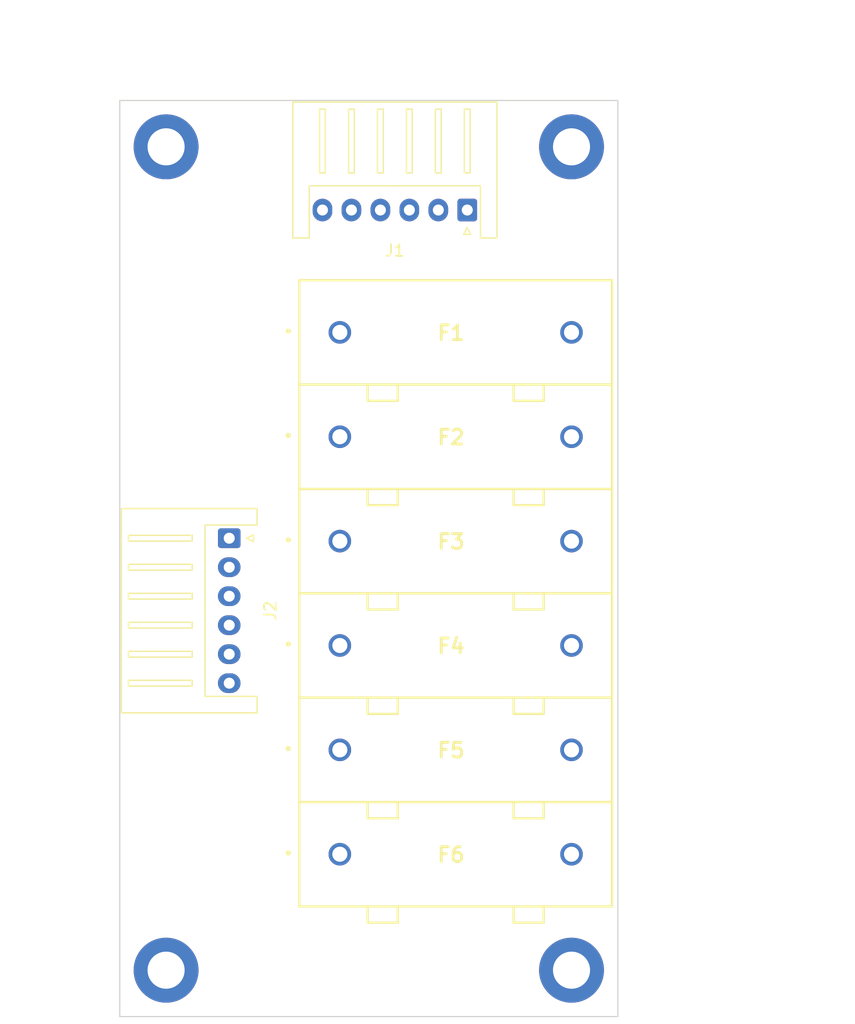
<source format=kicad_pcb>
(kicad_pcb (version 20221018) (generator pcbnew)
  (layers (0 "F.Cu" signal) (31 "B.Cu" signal) (34 "B.Paste" user) (35 "F.Paste" user) (36 "B.SilkS" user "B.Silkscreen") (37 "F.SilkS" user "F.Silkscreen") (38 "B.Mask" user) (39 "F.Mask" user) (44 "Edge.Cuts" user))
  (net 0 "")
  (net 1 "Net-(J2-Pin_1)")
  (net 2 "Net-(J1-Pin_6)")
  (net 3 "Net-(J2-Pin_2)")
  (net 4 "Net-(J1-Pin_5)")
  (net 5 "Net-(J2-Pin_3)")
  (net 6 "Net-(J1-Pin_4)")
  (net 7 "Net-(J2-Pin_4)")
  (net 8 "Net-(J1-Pin_3)")
  (net 9 "Net-(J2-Pin_5)")
  (net 10 "Net-(J1-Pin_2)")
  (net 11 "Net-(J2-Pin_6)")
  (net 12 "Net-(J1-Pin_1)")
  (footprint "MountingHole:MountingHole_3.2mm_M3_DIN965_Pad" (layer "F.Cu") (at 133 63)
    (fp_text reference "REF**" hide)
    (fp_text value "MountingHole_3.2mm_M3_DIN965_Pad")
    (pad "1" thru_hole circle (at 0 0) (size 5.6 5.6) (drill 3.2) (layers "*.Cu" "*.Mask"))
  )
  (footprint "SamacSys_Parts:F-60-A" (layer "F.Cu") (at 158 88)
    (fp_text reference "F2" (at -0.39869 0.04978) (layer "F.SilkS") (effects (font (size 1.27 1.27) (thickness 0.254))))
    (fp_text value "Fuse" hide)
    (fp_line (start -13.5 -4.5) (end 13.5 -4.5) (stroke (width 0.2)) (layer "F.SilkS"))
    (fp_line (start -13.5 4.5) (end -13.5 -4.5) (stroke (width 0.2)) (layer "F.SilkS"))
    (fp_line (start -7.6 4.5) (end -7.6 5.9) (stroke (width 0.2)) (layer "F.SilkS"))
    (fp_line (start -7.6 5.9) (end -5 5.9) (stroke (width 0.2)) (layer "F.SilkS"))
    (fp_line (start -5 5.9) (end -5 4.5) (stroke (width 0.2)) (layer "F.SilkS"))
    (fp_line (start 5 4.5) (end 5 5.9) (stroke (width 0.2)) (layer "F.SilkS"))
    (fp_line (start 5 5.9) (end 7.6 5.9) (stroke (width 0.2)) (layer "F.SilkS"))
    (fp_line (start 7.6 5.9) (end 7.6 4.5) (stroke (width 0.2)) (layer "F.SilkS"))
    (fp_line (start 13.5 -4.5) (end 13.5 4.5) (stroke (width 0.2)) (layer "F.SilkS"))
    (fp_line (start 13.5 4.5) (end -13.5 4.5) (stroke (width 0.2)) (layer "F.SilkS"))
    (fp_circle (center -14.448 -0.112) (end -14.448 0.01558) (stroke (width 0.2)) (fill none) (layer "F.SilkS"))
    (pad "1" thru_hole circle (at -10 0) (size 1.95 1.95) (drill 1.3) (layers "*.Cu" "*.Mask") (net 4 "Net-(J1-Pin_5)"))
    (pad "2" thru_hole circle (at 10 0) (size 1.95 1.95) (drill 1.3) (layers "*.Cu" "*.Mask") (net 9 "Net-(J2-Pin_5)"))
  )
  (footprint "MountingHole:MountingHole_3.2mm_M3_DIN965_Pad" (layer "F.Cu") (at 133 134)
    (fp_text reference "REF**" hide)
    (fp_text value "MountingHole_3.2mm_M3_DIN965_Pad")
    (pad "1" thru_hole circle (at 0 0) (size 5.6 5.6) (drill 3.2) (layers "*.Cu" "*.Mask"))
  )
  (footprint "SamacSys_Parts:F-60-A" (layer "F.Cu") (at 158 79)
    (fp_text reference "F1" (at -0.39869 0.04978) (layer "F.SilkS") (effects (font (size 1.27 1.27) (thickness 0.254))))
    (fp_text value "Fuse" hide)
    (fp_line (start -13.5 -4.5) (end 13.5 -4.5) (stroke (width 0.2)) (layer "F.SilkS"))
    (fp_line (start -13.5 4.5) (end -13.5 -4.5) (stroke (width 0.2)) (layer "F.SilkS"))
    (fp_line (start -7.6 4.5) (end -7.6 5.9) (stroke (width 0.2)) (layer "F.SilkS"))
    (fp_line (start -7.6 5.9) (end -5 5.9) (stroke (width 0.2)) (layer "F.SilkS"))
    (fp_line (start -5 5.9) (end -5 4.5) (stroke (width 0.2)) (layer "F.SilkS"))
    (fp_line (start 5 4.5) (end 5 5.9) (stroke (width 0.2)) (layer "F.SilkS"))
    (fp_line (start 5 5.9) (end 7.6 5.9) (stroke (width 0.2)) (layer "F.SilkS"))
    (fp_line (start 7.6 5.9) (end 7.6 4.5) (stroke (width 0.2)) (layer "F.SilkS"))
    (fp_line (start 13.5 -4.5) (end 13.5 4.5) (stroke (width 0.2)) (layer "F.SilkS"))
    (fp_line (start 13.5 4.5) (end -13.5 4.5) (stroke (width 0.2)) (layer "F.SilkS"))
    (fp_circle (center -14.448 -0.112) (end -14.448 0.01558) (stroke (width 0.2)) (fill none) (layer "F.SilkS"))
    (pad "1" thru_hole circle (at -10 0) (size 1.95 1.95) (drill 1.3) (layers "*.Cu" "*.Mask") (net 2 "Net-(J1-Pin_6)"))
    (pad "2" thru_hole circle (at 10 0) (size 1.95 1.95) (drill 1.3) (layers "*.Cu" "*.Mask") (net 11 "Net-(J2-Pin_6)"))
  )
  (footprint "MountingHole:MountingHole_3.2mm_M3_DIN965_Pad" (layer "F.Cu") (at 168 63)
    (fp_text reference "REF**" hide)
    (fp_text value "MountingHole_3.2mm_M3_DIN965_Pad")
    (pad "1" thru_hole circle (at 0 0) (size 5.6 5.6) (drill 3.2) (layers "*.Cu" "*.Mask"))
  )
  (footprint "SamacSys_Parts:F-60-A" (layer "F.Cu") (at 158 115)
    (fp_text reference "F5" (at -0.39869 0.04978) (layer "F.SilkS") (effects (font (size 1.27 1.27) (thickness 0.254))))
    (fp_text value "Fuse" hide)
    (fp_line (start -13.5 -4.5) (end 13.5 -4.5) (stroke (width 0.2)) (layer "F.SilkS"))
    (fp_line (start -13.5 4.5) (end -13.5 -4.5) (stroke (width 0.2)) (layer "F.SilkS"))
    (fp_line (start -7.6 4.5) (end -7.6 5.9) (stroke (width 0.2)) (layer "F.SilkS"))
    (fp_line (start -7.6 5.9) (end -5 5.9) (stroke (width 0.2)) (layer "F.SilkS"))
    (fp_line (start -5 5.9) (end -5 4.5) (stroke (width 0.2)) (layer "F.SilkS"))
    (fp_line (start 5 4.5) (end 5 5.9) (stroke (width 0.2)) (layer "F.SilkS"))
    (fp_line (start 5 5.9) (end 7.6 5.9) (stroke (width 0.2)) (layer "F.SilkS"))
    (fp_line (start 7.6 5.9) (end 7.6 4.5) (stroke (width 0.2)) (layer "F.SilkS"))
    (fp_line (start 13.5 -4.5) (end 13.5 4.5) (stroke (width 0.2)) (layer "F.SilkS"))
    (fp_line (start 13.5 4.5) (end -13.5 4.5) (stroke (width 0.2)) (layer "F.SilkS"))
    (fp_circle (center -14.448 -0.112) (end -14.448 0.01558) (stroke (width 0.2)) (fill none) (layer "F.SilkS"))
    (pad "1" thru_hole circle (at -10 0) (size 1.95 1.95) (drill 1.3) (layers "*.Cu" "*.Mask") (net 10 "Net-(J1-Pin_2)"))
    (pad "2" thru_hole circle (at 10 0) (size 1.95 1.95) (drill 1.3) (layers "*.Cu" "*.Mask") (net 3 "Net-(J2-Pin_2)"))
  )
  (footprint "Connector_JST:JST_XH_S6B-XH-A_1x06_P2.50mm_Horizontal" (layer "F.Cu") (at 159 68.45 180)
    (fp_text reference "J1" (at 6.25 -3.5) (layer "F.SilkS"))
    (fp_text value "Conn_01x06_Socket")
    (fp_line (start -2.56 -2.41) (end -1.14 -2.41) (stroke (width 0.12)) (layer "F.SilkS"))
    (fp_line (start -2.56 9.31) (end -2.56 -2.41) (stroke (width 0.12)) (layer "F.SilkS"))
    (fp_line (start -1.14 -2.41) (end -1.14 2.09) (stroke (width 0.12)) (layer "F.SilkS"))
    (fp_line (start -1.14 2.09) (end 6.25 2.09) (stroke (width 0.12)) (layer "F.SilkS"))
    (fp_line (start -0.3 -2.1) (end 0.3 -2.1) (stroke (width 0.12)) (layer "F.SilkS"))
    (fp_line (start -0.25 3.2) (end -0.25 8.7) (stroke (width 0.12)) (layer "F.SilkS"))
    (fp_line (start -0.25 8.7) (end 0.25 8.7) (stroke (width 0.12)) (layer "F.SilkS"))
    (fp_line (start 0 -1.5) (end -0.3 -2.1) (stroke (width 0.12)) (layer "F.SilkS"))
    (fp_line (start 0.25 3.2) (end -0.25 3.2) (stroke (width 0.12)) (layer "F.SilkS"))
    (fp_line (start 0.25 8.7) (end 0.25 3.2) (stroke (width 0.12)) (layer "F.SilkS"))
    (fp_line (start 0.3 -2.1) (end 0 -1.5) (stroke (width 0.12)) (layer "F.SilkS"))
    (fp_line (start 2.25 3.2) (end 2.25 8.7) (stroke (width 0.12)) (layer "F.SilkS"))
    (fp_line (start 2.25 8.7) (end 2.75 8.7) (stroke (width 0.12)) (layer "F.SilkS"))
    (fp_line (start 2.75 3.2) (end 2.25 3.2) (stroke (width 0.12)) (layer "F.SilkS"))
    (fp_line (start 2.75 8.7) (end 2.75 3.2) (stroke (width 0.12)) (layer "F.SilkS"))
    (fp_line (start 4.75 3.2) (end 4.75 8.7) (stroke (width 0.12)) (layer "F.SilkS"))
    (fp_line (start 4.75 8.7) (end 5.25 8.7) (stroke (width 0.12)) (layer "F.SilkS"))
    (fp_line (start 5.25 3.2) (end 4.75 3.2) (stroke (width 0.12)) (layer "F.SilkS"))
    (fp_line (start 5.25 8.7) (end 5.25 3.2) (stroke (width 0.12)) (layer "F.SilkS"))
    (fp_line (start 6.25 9.31) (end -2.56 9.31) (stroke (width 0.12)) (layer "F.SilkS"))
    (fp_line (start 6.25 9.31) (end 15.06 9.31) (stroke (width 0.12)) (layer "F.SilkS"))
    (fp_line (start 7.25 3.2) (end 7.25 8.7) (stroke (width 0.12)) (layer "F.SilkS"))
    (fp_line (start 7.25 8.7) (end 7.75 8.7) (stroke (width 0.12)) (layer "F.SilkS"))
    (fp_line (start 7.75 3.2) (end 7.25 3.2) (stroke (width 0.12)) (layer "F.SilkS"))
    (fp_line (start 7.75 8.7) (end 7.75 3.2) (stroke (width 0.12)) (layer "F.SilkS"))
    (fp_line (start 9.75 3.2) (end 9.75 8.7) (stroke (width 0.12)) (layer "F.SilkS"))
    (fp_line (start 9.75 8.7) (end 10.25 8.7) (stroke (width 0.12)) (layer "F.SilkS"))
    (fp_line (start 10.25 3.2) (end 9.75 3.2) (stroke (width 0.12)) (layer "F.SilkS"))
    (fp_line (start 10.25 8.7) (end 10.25 3.2) (stroke (width 0.12)) (layer "F.SilkS"))
    (fp_line (start 12.25 3.2) (end 12.25 8.7) (stroke (width 0.12)) (layer "F.SilkS"))
    (fp_line (start 12.25 8.7) (end 12.75 8.7) (stroke (width 0.12)) (layer "F.SilkS"))
    (fp_line (start 12.75 3.2) (end 12.25 3.2) (stroke (width 0.12)) (layer "F.SilkS"))
    (fp_line (start 12.75 8.7) (end 12.75 3.2) (stroke (width 0.12)) (layer "F.SilkS"))
    (fp_line (start 13.64 -2.41) (end 13.64 2.09) (stroke (width 0.12)) (layer "F.SilkS"))
    (fp_line (start 13.64 2.09) (end 6.25 2.09) (stroke (width 0.12)) (layer "F.SilkS"))
    (fp_line (start 15.06 -2.41) (end 13.64 -2.41) (stroke (width 0.12)) (layer "F.SilkS"))
    (fp_line (start 15.06 9.31) (end 15.06 -2.41) (stroke (width 0.12)) (layer "F.SilkS"))
    (pad "1" thru_hole roundrect (at 0 0 180) (size 1.7 1.95) (drill 0.95) (layers "*.Cu" "*.Mask") (roundrect_rratio 0.147059) (net 12 "Net-(J1-Pin_1)"))
    (pad "2" thru_hole oval (at 2.5 0 180) (size 1.7 1.95) (drill 0.95) (layers "*.Cu" "*.Mask") (net 10 "Net-(J1-Pin_2)"))
    (pad "3" thru_hole oval (at 5 0 180) (size 1.7 1.95) (drill 0.95) (layers "*.Cu" "*.Mask") (net 8 "Net-(J1-Pin_3)"))
    (pad "4" thru_hole oval (at 7.5 0 180) (size 1.7 1.95) (drill 0.95) (layers "*.Cu" "*.Mask") (net 6 "Net-(J1-Pin_4)"))
    (pad "5" thru_hole oval (at 10 0 180) (size 1.7 1.95) (drill 0.95) (layers "*.Cu" "*.Mask") (net 4 "Net-(J1-Pin_5)"))
    (pad "6" thru_hole oval (at 12.5 0 180) (size 1.7 1.95) (drill 0.95) (layers "*.Cu" "*.Mask") (net 2 "Net-(J1-Pin_6)"))
  )
  (footprint "MountingHole:MountingHole_3.2mm_M3_DIN965_Pad" (layer "F.Cu") (at 168 134)
    (fp_text reference "REF**" hide)
    (fp_text value "MountingHole_3.2mm_M3_DIN965_Pad")
    (pad "1" thru_hole circle (at 0 0) (size 5.6 5.6) (drill 3.2) (layers "*.Cu" "*.Mask"))
  )
  (footprint "SamacSys_Parts:F-60-A" (layer "F.Cu") (at 158 106)
    (fp_text reference "F4" (at -0.39869 0.04978) (layer "F.SilkS") (effects (font (size 1.27 1.27) (thickness 0.254))))
    (fp_text value "Fuse" hide)
    (fp_line (start -13.5 -4.5) (end 13.5 -4.5) (stroke (width 0.2)) (layer "F.SilkS"))
    (fp_line (start -13.5 4.5) (end -13.5 -4.5) (stroke (width 0.2)) (layer "F.SilkS"))
    (fp_line (start -7.6 4.5) (end -7.6 5.9) (stroke (width 0.2)) (layer "F.SilkS"))
    (fp_line (start -7.6 5.9) (end -5 5.9) (stroke (width 0.2)) (layer "F.SilkS"))
    (fp_line (start -5 5.9) (end -5 4.5) (stroke (width 0.2)) (layer "F.SilkS"))
    (fp_line (start 5 4.5) (end 5 5.9) (stroke (width 0.2)) (layer "F.SilkS"))
    (fp_line (start 5 5.9) (end 7.6 5.9) (stroke (width 0.2)) (layer "F.SilkS"))
    (fp_line (start 7.6 5.9) (end 7.6 4.5) (stroke (width 0.2)) (layer "F.SilkS"))
    (fp_line (start 13.5 -4.5) (end 13.5 4.5) (stroke (width 0.2)) (layer "F.SilkS"))
    (fp_line (start 13.5 4.5) (end -13.5 4.5) (stroke (width 0.2)) (layer "F.SilkS"))
    (fp_circle (center -14.448 -0.112) (end -14.448 0.01558) (stroke (width 0.2)) (fill none) (layer "F.SilkS"))
    (pad "1" thru_hole circle (at -10 0) (size 1.95 1.95) (drill 1.3) (layers "*.Cu" "*.Mask") (net 8 "Net-(J1-Pin_3)"))
    (pad "2" thru_hole circle (at 10 0) (size 1.95 1.95) (drill 1.3) (layers "*.Cu" "*.Mask") (net 5 "Net-(J2-Pin_3)"))
  )
  (footprint "SamacSys_Parts:F-60-A" (layer "F.Cu") (at 158 97)
    (fp_text reference "F3" (at -0.39869 0.04978) (layer "F.SilkS") (effects (font (size 1.27 1.27) (thickness 0.254))))
    (fp_text value "Fuse" hide)
    (fp_line (start -13.5 -4.5) (end 13.5 -4.5) (stroke (width 0.2)) (layer "F.SilkS"))
    (fp_line (start -13.5 4.5) (end -13.5 -4.5) (stroke (width 0.2)) (layer "F.SilkS"))
    (fp_line (start -7.6 4.5) (end -7.6 5.9) (stroke (width 0.2)) (layer "F.SilkS"))
    (fp_line (start -7.6 5.9) (end -5 5.9) (stroke (width 0.2)) (layer "F.SilkS"))
    (fp_line (start -5 5.9) (end -5 4.5) (stroke (width 0.2)) (layer "F.SilkS"))
    (fp_line (start 5 4.5) (end 5 5.9) (stroke (width 0.2)) (layer "F.SilkS"))
    (fp_line (start 5 5.9) (end 7.6 5.9) (stroke (width 0.2)) (layer "F.SilkS"))
    (fp_line (start 7.6 5.9) (end 7.6 4.5) (stroke (width 0.2)) (layer "F.SilkS"))
    (fp_line (start 13.5 -4.5) (end 13.5 4.5) (stroke (width 0.2)) (layer "F.SilkS"))
    (fp_line (start 13.5 4.5) (end -13.5 4.5) (stroke (width 0.2)) (layer "F.SilkS"))
    (fp_circle (center -14.448 -0.112) (end -14.448 0.01558) (stroke (width 0.2)) (fill none) (layer "F.SilkS"))
    (pad "1" thru_hole circle (at -10 0) (size 1.95 1.95) (drill 1.3) (layers "*.Cu" "*.Mask") (net 6 "Net-(J1-Pin_4)"))
    (pad "2" thru_hole circle (at 10 0) (size 1.95 1.95) (drill 1.3) (layers "*.Cu" "*.Mask") (net 7 "Net-(J2-Pin_4)"))
  )
  (footprint "SamacSys_Parts:F-60-A" (layer "F.Cu") (at 158 124)
    (fp_text reference "F6" (at -0.39869 0.04978) (layer "F.SilkS") (effects (font (size 1.27 1.27) (thickness 0.254))))
    (fp_text value "Fuse" hide)
    (fp_line (start -13.5 -4.5) (end 13.5 -4.5) (stroke (width 0.2)) (layer "F.SilkS"))
    (fp_line (start -13.5 4.5) (end -13.5 -4.5) (stroke (width 0.2)) (layer "F.SilkS"))
    (fp_line (start -7.6 4.5) (end -7.6 5.9) (stroke (width 0.2)) (layer "F.SilkS"))
    (fp_line (start -7.6 5.9) (end -5 5.9) (stroke (width 0.2)) (layer "F.SilkS"))
    (fp_line (start -5 5.9) (end -5 4.5) (stroke (width 0.2)) (layer "F.SilkS"))
    (fp_line (start 5 4.5) (end 5 5.9) (stroke (width 0.2)) (layer "F.SilkS"))
    (fp_line (start 5 5.9) (end 7.6 5.9) (stroke (width 0.2)) (layer "F.SilkS"))
    (fp_line (start 7.6 5.9) (end 7.6 4.5) (stroke (width 0.2)) (layer "F.SilkS"))
    (fp_line (start 13.5 -4.5) (end 13.5 4.5) (stroke (width 0.2)) (layer "F.SilkS"))
    (fp_line (start 13.5 4.5) (end -13.5 4.5) (stroke (width 0.2)) (layer "F.SilkS"))
    (fp_circle (center -14.448 -0.112) (end -14.448 0.01558) (stroke (width 0.2)) (fill none) (layer "F.SilkS"))
    (pad "1" thru_hole circle (at -10 0) (size 1.95 1.95) (drill 1.3) (layers "*.Cu" "*.Mask") (net 12 "Net-(J1-Pin_1)"))
    (pad "2" thru_hole circle (at 10 0) (size 1.95 1.95) (drill 1.3) (layers "*.Cu" "*.Mask") (net 1 "Net-(J2-Pin_1)"))
  )
  (footprint "Connector_JST:JST_XH_S6B-XH-A_1x06_P2.50mm_Horizontal" (layer "F.Cu") (at 138.45 96.75 -90)
    (fp_text reference "J2" (at 6.25 -3.55 90) (layer "F.SilkS"))
    (fp_text value "Conn_01x06_Socket")
    (fp_line (start -2.56 -2.41) (end -1.14 -2.41) (stroke (width 0.12)) (layer "F.SilkS"))
    (fp_line (start -2.56 9.31) (end -2.56 -2.41) (stroke (width 0.12)) (layer "F.SilkS"))
    (fp_line (start -1.14 -2.41) (end -1.14 2.09) (stroke (width 0.12)) (layer "F.SilkS"))
    (fp_line (start -1.14 2.09) (end 6.25 2.09) (stroke (width 0.12)) (layer "F.SilkS"))
    (fp_line (start -0.3 -2.1) (end 0.3 -2.1) (stroke (width 0.12)) (layer "F.SilkS"))
    (fp_line (start -0.25 3.2) (end -0.25 8.7) (stroke (width 0.12)) (layer "F.SilkS"))
    (fp_line (start -0.25 8.7) (end 0.25 8.7) (stroke (width 0.12)) (layer "F.SilkS"))
    (fp_line (start 0 -1.5) (end -0.3 -2.1) (stroke (width 0.12)) (layer "F.SilkS"))
    (fp_line (start 0.25 3.2) (end -0.25 3.2) (stroke (width 0.12)) (layer "F.SilkS"))
    (fp_line (start 0.25 8.7) (end 0.25 3.2) (stroke (width 0.12)) (layer "F.SilkS"))
    (fp_line (start 0.3 -2.1) (end 0 -1.5) (stroke (width 0.12)) (layer "F.SilkS"))
    (fp_line (start 2.25 3.2) (end 2.25 8.7) (stroke (width 0.12)) (layer "F.SilkS"))
    (fp_line (start 2.25 8.7) (end 2.75 8.7) (stroke (width 0.12)) (layer "F.SilkS"))
    (fp_line (start 2.75 3.2) (end 2.25 3.2) (stroke (width 0.12)) (layer "F.SilkS"))
    (fp_line (start 2.75 8.7) (end 2.75 3.2) (stroke (width 0.12)) (layer "F.SilkS"))
    (fp_line (start 4.75 3.2) (end 4.75 8.7) (stroke (width 0.12)) (layer "F.SilkS"))
    (fp_line (start 4.75 8.7) (end 5.25 8.7) (stroke (width 0.12)) (layer "F.SilkS"))
    (fp_line (start 5.25 3.2) (end 4.75 3.2) (stroke (width 0.12)) (layer "F.SilkS"))
    (fp_line (start 5.25 8.7) (end 5.25 3.2) (stroke (width 0.12)) (layer "F.SilkS"))
    (fp_line (start 6.25 9.31) (end -2.56 9.31) (stroke (width 0.12)) (layer "F.SilkS"))
    (fp_line (start 6.25 9.31) (end 15.06 9.31) (stroke (width 0.12)) (layer "F.SilkS"))
    (fp_line (start 7.25 3.2) (end 7.25 8.7) (stroke (width 0.12)) (layer "F.SilkS"))
    (fp_line (start 7.25 8.7) (end 7.75 8.7) (stroke (width 0.12)) (layer "F.SilkS"))
    (fp_line (start 7.75 3.2) (end 7.25 3.2) (stroke (width 0.12)) (layer "F.SilkS"))
    (fp_line (start 7.75 8.7) (end 7.75 3.2) (stroke (width 0.12)) (layer "F.SilkS"))
    (fp_line (start 9.75 3.2) (end 9.75 8.7) (stroke (width 0.12)) (layer "F.SilkS"))
    (fp_line (start 9.75 8.7) (end 10.25 8.7) (stroke (width 0.12)) (layer "F.SilkS"))
    (fp_line (start 10.25 3.2) (end 9.75 3.2) (stroke (width 0.12)) (layer "F.SilkS"))
    (fp_line (start 10.25 8.7) (end 10.25 3.2) (stroke (width 0.12)) (layer "F.SilkS"))
    (fp_line (start 12.25 3.2) (end 12.25 8.7) (stroke (width 0.12)) (layer "F.SilkS"))
    (fp_line (start 12.25 8.7) (end 12.75 8.7) (stroke (width 0.12)) (layer "F.SilkS"))
    (fp_line (start 12.75 3.2) (end 12.25 3.2) (stroke (width 0.12)) (layer "F.SilkS"))
    (fp_line (start 12.75 8.7) (end 12.75 3.2) (stroke (width 0.12)) (layer "F.SilkS"))
    (fp_line (start 13.64 -2.41) (end 13.64 2.09) (stroke (width 0.12)) (layer "F.SilkS"))
    (fp_line (start 13.64 2.09) (end 6.25 2.09) (stroke (width 0.12)) (layer "F.SilkS"))
    (fp_line (start 15.06 -2.41) (end 13.64 -2.41) (stroke (width 0.12)) (layer "F.SilkS"))
    (fp_line (start 15.06 9.31) (end 15.06 -2.41) (stroke (width 0.12)) (layer "F.SilkS"))
    (pad "1" thru_hole roundrect (at 0 0 270) (size 1.7 1.95) (drill 0.95) (layers "*.Cu" "*.Mask") (roundrect_rratio 0.147059) (net 1 "Net-(J2-Pin_1)"))
    (pad "2" thru_hole oval (at 2.5 0 270) (size 1.7 1.95) (drill 0.95) (layers "*.Cu" "*.Mask") (net 3 "Net-(J2-Pin_2)"))
    (pad "3" thru_hole oval (at 5 0 270) (size 1.7 1.95) (drill 0.95) (layers "*.Cu" "*.Mask") (net 5 "Net-(J2-Pin_3)"))
    (pad "4" thru_hole oval (at 7.5 0 270) (size 1.7 1.95) (drill 0.95) (layers "*.Cu" "*.Mask") (net 7 "Net-(J2-Pin_4)"))
    (pad "5" thru_hole oval (at 10 0 270) (size 1.7 1.95) (drill 0.95) (layers "*.Cu" "*.Mask") (net 9 "Net-(J2-Pin_5)"))
    (pad "6" thru_hole oval (at 12.5 0 270) (size 1.7 1.95) (drill 0.95) (layers "*.Cu" "*.Mask") (net 11 "Net-(J2-Pin_6)"))
  )
  (gr_line (start 129 138) (end 129 59) (stroke (width 0.1)) (layer "Edge.Cuts"))
  (gr_line (start 172 59) (end 172 138) (stroke (width 0.1)) (layer "Edge.Cuts"))
  (gr_line (start 172 138) (end 129 138) (stroke (width 0.1)) (layer "Edge.Cuts"))
  (gr_line (start 129 59) (end 172 59) (stroke (width 0.1)) (layer "Edge.Cuts"))
)
</source>
